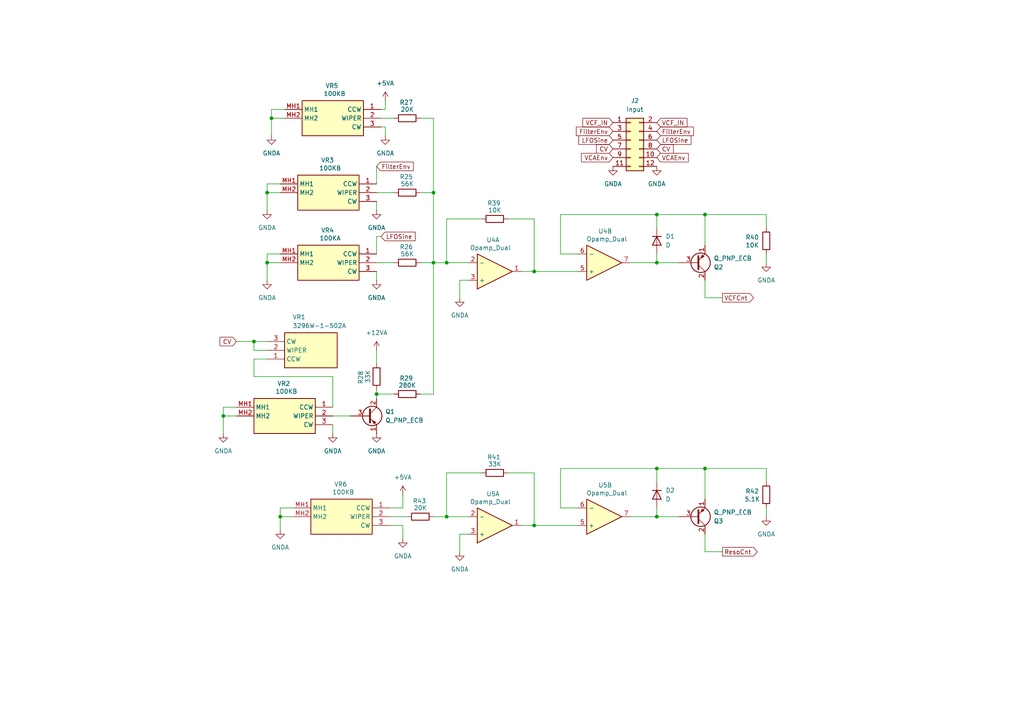
<source format=kicad_sch>
(kicad_sch (version 20250114) (generator "eeschema") (generator_version "9.0")
  (paper "A4")
  (lib_symbols
    (symbol "Connector_Generic:Conn_02x06_Odd_Even" (pin_names (offset 1.016) (hide yes))
      (property "Reference" "J" (at 1.27 7.62 0))
      (property "Value" "Conn_02x06_Odd_Even" (at 1.27 -10.16 0))
      (symbol "Conn_02x06_Odd_Even_1_1"
        (rectangle (start -1.27 6.35) (end 3.81 -8.89) (stroke (width 0.254)) (fill (type background)))
        (rectangle (start -1.27 5.207) (end 0 4.953) (stroke (width 0.1524)))
        (rectangle (start -1.27 2.667) (end 0 2.413) (stroke (width 0.1524)))
        (rectangle (start -1.27 0.127) (end 0 -0.127) (stroke (width 0.1524)))
        (rectangle (start -1.27 -2.413) (end 0 -2.667) (stroke (width 0.1524)))
        (rectangle (start -1.27 -4.953) (end 0 -5.207) (stroke (width 0.1524)))
        (rectangle (start -1.27 -7.493) (end 0 -7.747) (stroke (width 0.1524)))
        (rectangle (start 3.81 5.207) (end 2.54 4.953) (stroke (width 0.1524)))
        (rectangle (start 3.81 2.667) (end 2.54 2.413) (stroke (width 0.1524)))
        (rectangle (start 3.81 0.127) (end 2.54 -0.127) (stroke (width 0.1524)))
        (rectangle (start 3.81 -2.413) (end 2.54 -2.667) (stroke (width 0.1524)))
        (rectangle (start 3.81 -4.953) (end 2.54 -5.207) (stroke (width 0.1524)))
        (rectangle (start 3.81 -7.493) (end 2.54 -7.747) (stroke (width 0.1524)))
        (pin passive line (at -5.08 5.08 0) (length 3.81) (name "Pin_1") (number "1"))
        (pin passive line (at -5.08 2.54 0) (length 3.81) (name "Pin_3") (number "3"))
        (pin passive line (at -5.08 0 0) (length 3.81) (name "Pin_5") (number "5"))
        (pin passive line (at -5.08 -2.54 0) (length 3.81) (name "Pin_7") (number "7"))
        (pin passive line (at -5.08 -5.08 0) (length 3.81) (name "Pin_9") (number "9"))
        (pin passive line (at -5.08 -7.62 0) (length 3.81) (name "Pin_11") (number "11"))
        (pin passive line (at 7.62 5.08 180) (length 3.81) (name "Pin_2") (number "2"))
        (pin passive line (at 7.62 2.54 180) (length 3.81) (name "Pin_4") (number "4"))
        (pin passive line (at 7.62 0 180) (length 3.81) (name "Pin_6") (number "6"))
        (pin passive line (at 7.62 -2.54 180) (length 3.81) (name "Pin_8") (number "8"))
        (pin passive line (at 7.62 -5.08 180) (length 3.81) (name "Pin_10") (number "10"))
        (pin passive line (at 7.62 -7.62 180) (length 3.81) (name "Pin_12") (number "12"))
      )
    )
    (symbol "Device:D" (pin_numbers (hide yes)) (pin_names (offset 1.016) (hide yes))
      (property "Reference" "D" (at 0 2.54 0))
      (property "Value" "D" (at 0 -2.54 0))
      (symbol "D_0_1"
        (polyline (pts (xy -1.27 1.27) (xy -1.27 -1.27)) (stroke (width 0.254)))
        (polyline (pts (xy 1.27 1.27) (xy 1.27 -1.27) (xy -1.27 0) (xy 1.27 1.27)) (stroke (width 0.254)))
        (polyline (pts (xy 1.27 0) (xy -1.27 0)))
      )
      (symbol "D_1_1"
        (pin passive line (at -3.81 0 0) (length 2.54) (name "K") (number "1"))
        (pin passive line (at 3.81 0 180) (length 2.54) (name "A") (number "2"))
      )
    )
    (symbol "Device:Opamp_Dual"
      (property "Reference" "U" (at 0 5.08 0))
      (property "Value" "Opamp_Dual" (at 0 -5.08 0))
      (symbol "Opamp_Dual_1_1"
        (polyline (pts (xy -5.08 5.08) (xy 5.08 0) (xy -5.08 -5.08) (xy -5.08 5.08)) (stroke (width 0.254)) (fill (type background)))
        (pin input line (at -7.62 2.54 0) (length 2.54) (name "+") (number "3"))
        (pin input line (at -7.62 -2.54 0) (length 2.54) (name "-") (number "2"))
        (pin output line (at 7.62 0 180) (length 2.54) (name "~") (number "1"))
      )
      (symbol "Opamp_Dual_2_1"
        (polyline (pts (xy -5.08 5.08) (xy 5.08 0) (xy -5.08 -5.08) (xy -5.08 5.08)) (stroke (width 0.254)) (fill (type background)))
        (pin input line (at -7.62 2.54 0) (length 2.54) (name "+") (number "5"))
        (pin input line (at -7.62 -2.54 0) (length 2.54) (name "-") (number "6"))
        (pin output line (at 7.62 0 180) (length 2.54) (name "~") (number "7"))
      )
      (symbol "Opamp_Dual_3_1"
        (pin power_in line (at -2.54 7.62 270) (length 3.81) (name "V+") (number "8"))
        (pin power_in line (at -2.54 -7.62 90) (length 3.81) (name "V-") (number "4"))
      )
    )
    (symbol "Device:Q_PNP_ECB" (pin_names (offset 0) (hide yes))
      (property "Reference" "Q" (at 5.08 1.27 0))
      (property "Value" "Q_PNP_ECB" (at 5.08 -1.27 0))
      (symbol "Q_PNP_ECB_0_1"
        (polyline (pts (xy 0.635 1.905) (xy 0.635 -1.905) (xy 0.635 -1.905)) (stroke (width 0.508)))
        (polyline (pts (xy 0.635 0.635) (xy 2.54 2.54)))
        (polyline (pts (xy 0.635 -0.635) (xy 2.54 -2.54) (xy 2.54 -2.54)))
        (circle (center 1.27 0) (radius 2.8194) (stroke (width 0.254)))
        (polyline (pts (xy 2.286 -1.778) (xy 1.778 -2.286) (xy 1.27 -1.27) (xy 2.286 -1.778) (xy 2.286 -1.778)) (fill (type outline)))
      )
      (symbol "Q_PNP_ECB_1_1"
        (pin input line (at -5.08 0 0) (length 5.715) (name "B") (number "3"))
        (pin passive line (at 2.54 5.08 270) (length 2.54) (name "C") (number "2"))
        (pin passive line (at 2.54 -5.08 90) (length 2.54) (name "E") (number "1"))
      )
    )
    (symbol "Device:R" (pin_numbers (hide yes)) (pin_names (offset 0))
      (property "Reference" "R" (at 2.032 0 90))
      (property "Value" "R" (at 0 0 90))
      (symbol "R_0_1"
        (rectangle (start -1.016 -2.54) (end 1.016 2.54) (stroke (width 0.254)))
      )
      (symbol "R_1_1"
        (pin passive line (at 0 3.81 270) (length 1.27) (name "~") (number "1"))
        (pin passive line (at 0 -3.81 90) (length 1.27) (name "~") (number "2"))
      )
    )
    (symbol "SamacSys_Parts:3296W-1-502A"
      (property "Reference" "VR" (at 21.59 7.62 0))
      (property "Value" "3296W-1-502A" (at 21.59 5.08 0))
      (symbol "3296W-1-502A_1_1"
        (rectangle (start 5.08 2.54) (end 20.32 -7.62) (stroke (width 0.254)) (fill (type background)))
        (pin passive line (at 0 0 0) (length 5.08) (name "CW") (number "3"))
        (pin passive line (at 0 -2.54 0) (length 5.08) (name "WIPER") (number "2"))
        (pin passive line (at 0 -5.08 0) (length 5.08) (name "CCW") (number "1"))
      )
    )
    (symbol "SamacSys_Parts:RK09D117000B"
      (property "Reference" "VR" (at 24.13 7.62 0))
      (property "Value" "RK09D117000B" (at 24.13 5.08 0))
      (symbol "RK09D117000B_1_1"
        (rectangle (start 5.08 2.54) (end 22.86 -7.62) (stroke (width 0.254)) (fill (type background)))
        (pin passive line (at 0 0 0) (length 5.08) (name "CCW") (number "1"))
        (pin passive line (at 0 -2.54 0) (length 5.08) (name "WIPER") (number "2"))
        (pin passive line (at 0 -5.08 0) (length 5.08) (name "CW") (number "3"))
        (pin passive line (at 27.94 0 180) (length 5.08) (name "MH1") (number "MH1"))
        (pin passive line (at 27.94 -2.54 180) (length 5.08) (name "MH2") (number "MH2"))
      )
    )
    (symbol "power:+12VA" (power) (pin_numbers (hide yes)) (pin_names (offset 0) (hide yes))
      (property "Value" "+12VA" (at 0 3.556 0))
      (symbol "+12VA_0_1"
        (polyline (pts (xy -0.762 1.27) (xy 0 2.54)))
        (polyline (pts (xy 0 2.54) (xy 0.762 1.27)))
        (polyline (pts (xy 0 0) (xy 0 2.54)))
      )
      (symbol "+12VA_1_1"
        (pin power_in line (at 0 0 90) (length 0) (name "~") (number "1"))
      )
    )
    (symbol "power:+5VA" (power) (pin_numbers (hide yes)) (pin_names (offset 0) (hide yes))
      (property "Value" "+5VA" (at 0 3.556 0))
      (symbol "+5VA_0_1"
        (polyline (pts (xy -0.762 1.27) (xy 0 2.54)))
        (polyline (pts (xy 0 2.54) (xy 0.762 1.27)))
        (polyline (pts (xy 0 0) (xy 0 2.54)))
      )
      (symbol "+5VA_1_1"
        (pin power_in line (at 0 0 90) (length 0) (name "~") (number "1"))
      )
    )
    (symbol "power:GNDA" (power) (pin_numbers (hide yes)) (pin_names (offset 0) (hide yes))
      (property "Value" "GNDA" (at 0 -3.81 0))
      (symbol "GNDA_0_1"
        (polyline (pts (xy 0 0) (xy 0 -1.27) (xy 1.27 -1.27) (xy 0 -2.54) (xy -1.27 -1.27) (xy 0 -1.27)))
      )
      (symbol "GNDA_1_1"
        (pin power_in line (at 0 0 270) (length 0) (name "~") (number "1"))
      )
    )
  )
  (junction (at 125.73 55.88))
  (junction (at 77.47 76.2))
  (junction (at 190.5 135.89))
  (junction (at 78.74 34.29))
  (junction (at 125.73 76.2))
  (junction (at 77.47 55.88))
  (junction (at 190.5 149.86))
  (junction (at 109.22 114.3))
  (junction (at 81.28 149.86))
  (junction (at 154.94 78.74))
  (junction (at 73.66 99.06))
  (junction (at 129.54 149.86))
  (junction (at 204.47 62.23))
  (junction (at 64.77 120.65))
  (junction (at 204.47 135.89))
  (junction (at 154.94 152.4))
  (junction (at 190.5 76.2))
  (junction (at 190.5 62.23))
  (junction (at 129.54 76.2))
  (wire (pts (xy 111.76 29.21) (xy 111.76 31.75)))
  (wire (pts (xy 222.25 62.23) (xy 222.25 66.04)))
  (wire (pts (xy 209.55 86.36) (xy 204.47 86.36)))
  (wire (pts (xy 113.03 152.4) (xy 116.84 152.4)))
  (wire (pts (xy 190.5 135.89) (xy 204.47 135.89)))
  (wire (pts (xy 77.47 104.14) (xy 73.66 104.14)))
  (wire (pts (xy 78.74 34.29) (xy 78.74 39.37)))
  (wire (pts (xy 109.22 68.58) (xy 109.22 73.66)))
  (wire (pts (xy 68.58 99.06) (xy 73.66 99.06)))
  (wire (pts (xy 111.76 36.83) (xy 111.76 39.37)))
  (wire (pts (xy 109.22 60.96) (xy 109.22 58.42)))
  (wire (pts (xy 139.7 63.5) (xy 129.54 63.5)))
  (wire (pts (xy 125.73 76.2) (xy 129.54 76.2)))
  (wire (pts (xy 116.84 152.4) (xy 116.84 156.21)))
  (wire (pts (xy 73.66 104.14) (xy 73.66 109.22)))
  (wire (pts (xy 162.56 147.32) (xy 167.64 147.32)))
  (wire (pts (xy 190.5 62.23) (xy 204.47 62.23)))
  (wire (pts (xy 81.28 149.86) (xy 81.28 153.67)))
  (wire (pts (xy 109.22 81.28) (xy 109.22 78.74)))
  (wire (pts (xy 64.77 118.11) (xy 64.77 120.65)))
  (wire (pts (xy 77.47 53.34) (xy 77.47 55.88)))
  (wire (pts (xy 190.5 76.2) (xy 196.85 76.2)))
  (wire (pts (xy 147.32 63.5) (xy 154.94 63.5)))
  (wire (pts (xy 190.5 139.7) (xy 190.5 135.89)))
  (wire (pts (xy 73.66 101.6) (xy 73.66 99.06)))
  (wire (pts (xy 182.88 149.86) (xy 190.5 149.86)))
  (wire (pts (xy 77.47 55.88) (xy 77.47 60.96)))
  (wire (pts (xy 190.5 62.23) (xy 162.56 62.23)))
  (wire (pts (xy 121.92 76.2) (xy 125.73 76.2)))
  (wire (pts (xy 190.5 147.32) (xy 190.5 149.86)))
  (wire (pts (xy 151.13 152.4) (xy 154.94 152.4)))
  (wire (pts (xy 96.52 109.22) (xy 96.52 118.11)))
  (wire (pts (xy 81.28 147.32) (xy 81.28 149.86)))
  (wire (pts (xy 162.56 62.23) (xy 162.56 73.66)))
  (wire (pts (xy 85.09 149.86) (xy 81.28 149.86)))
  (wire (pts (xy 222.25 147.32) (xy 222.25 149.86)))
  (wire (pts (xy 116.84 143.51) (xy 116.84 147.32)))
  (wire (pts (xy 109.22 113.03) (xy 109.22 114.3)))
  (wire (pts (xy 85.09 147.32) (xy 81.28 147.32)))
  (wire (pts (xy 125.73 114.3) (xy 125.73 76.2)))
  (wire (pts (xy 204.47 135.89) (xy 222.25 135.89)))
  (wire (pts (xy 154.94 78.74) (xy 154.94 63.5)))
  (wire (pts (xy 190.5 135.89) (xy 162.56 135.89)))
  (wire (pts (xy 204.47 62.23) (xy 204.47 71.12)))
  (wire (pts (xy 129.54 76.2) (xy 135.89 76.2)))
  (wire (pts (xy 77.47 76.2) (xy 77.47 81.28)))
  (wire (pts (xy 154.94 152.4) (xy 167.64 152.4)))
  (wire (pts (xy 73.66 99.06) (xy 77.47 99.06)))
  (wire (pts (xy 81.28 76.2) (xy 77.47 76.2)))
  (wire (pts (xy 133.35 154.94) (xy 133.35 160.02)))
  (wire (pts (xy 110.49 36.83) (xy 111.76 36.83)))
  (wire (pts (xy 133.35 81.28) (xy 133.35 86.36)))
  (wire (pts (xy 222.25 73.66) (xy 222.25 76.2)))
  (wire (pts (xy 73.66 109.22) (xy 96.52 109.22)))
  (wire (pts (xy 204.47 160.02) (xy 204.47 154.94)))
  (wire (pts (xy 113.03 149.86) (xy 118.11 149.86)))
  (wire (pts (xy 109.22 48.26) (xy 109.22 53.34)))
  (wire (pts (xy 68.58 120.65) (xy 64.77 120.65)))
  (wire (pts (xy 182.88 76.2) (xy 190.5 76.2)))
  (wire (pts (xy 121.92 34.29) (xy 125.73 34.29)))
  (wire (pts (xy 133.35 81.28) (xy 135.89 81.28)))
  (wire (pts (xy 204.47 135.89) (xy 204.47 144.78)))
  (wire (pts (xy 121.92 114.3) (xy 125.73 114.3)))
  (wire (pts (xy 125.73 34.29) (xy 125.73 55.88)))
  (wire (pts (xy 125.73 149.86) (xy 129.54 149.86)))
  (wire (pts (xy 96.52 125.73) (xy 96.52 123.19)))
  (wire (pts (xy 82.55 34.29) (xy 78.74 34.29)))
  (wire (pts (xy 222.25 135.89) (xy 222.25 139.7)))
  (wire (pts (xy 109.22 76.2) (xy 114.3 76.2)))
  (wire (pts (xy 81.28 55.88) (xy 77.47 55.88)))
  (wire (pts (xy 68.58 118.11) (xy 64.77 118.11)))
  (wire (pts (xy 190.5 66.04) (xy 190.5 62.23)))
  (wire (pts (xy 121.92 55.88) (xy 125.73 55.88)))
  (wire (pts (xy 81.28 53.34) (xy 77.47 53.34)))
  (wire (pts (xy 82.55 31.75) (xy 78.74 31.75)))
  (wire (pts (xy 129.54 63.5) (xy 129.54 76.2)))
  (wire (pts (xy 78.74 31.75) (xy 78.74 34.29)))
  (wire (pts (xy 190.5 73.66) (xy 190.5 76.2)))
  (wire (pts (xy 129.54 149.86) (xy 135.89 149.86)))
  (wire (pts (xy 151.13 78.74) (xy 154.94 78.74)))
  (wire (pts (xy 109.22 55.88) (xy 114.3 55.88)))
  (wire (pts (xy 162.56 135.89) (xy 162.56 147.32)))
  (wire (pts (xy 116.84 147.32) (xy 113.03 147.32)))
  (wire (pts (xy 190.5 149.86) (xy 196.85 149.86)))
  (wire (pts (xy 64.77 120.65) (xy 64.77 125.73)))
  (wire (pts (xy 129.54 137.16) (xy 129.54 149.86)))
  (wire (pts (xy 110.49 68.58) (xy 109.22 68.58)))
  (wire (pts (xy 147.32 137.16) (xy 154.94 137.16)))
  (wire (pts (xy 125.73 55.88) (xy 125.73 76.2)))
  (wire (pts (xy 204.47 62.23) (xy 222.25 62.23)))
  (wire (pts (xy 154.94 78.74) (xy 167.64 78.74)))
  (wire (pts (xy 77.47 73.66) (xy 77.47 76.2)))
  (wire (pts (xy 139.7 137.16) (xy 129.54 137.16)))
  (wire (pts (xy 204.47 86.36) (xy 204.47 81.28)))
  (wire (pts (xy 109.22 114.3) (xy 109.22 115.57)))
  (wire (pts (xy 110.49 34.29) (xy 114.3 34.29)))
  (wire (pts (xy 154.94 152.4) (xy 154.94 137.16)))
  (wire (pts (xy 133.35 154.94) (xy 135.89 154.94)))
  (wire (pts (xy 111.76 31.75) (xy 110.49 31.75)))
  (wire (pts (xy 162.56 73.66) (xy 167.64 73.66)))
  (wire (pts (xy 77.47 101.6) (xy 73.66 101.6)))
  (wire (pts (xy 101.6 120.65) (xy 96.52 120.65)))
  (wire (pts (xy 81.28 73.66) (xy 77.47 73.66)))
  (wire (pts (xy 209.55 160.02) (xy 204.47 160.02)))
  (wire (pts (xy 109.22 101.6) (xy 109.22 105.41)))
  (wire (pts (xy 109.22 114.3) (xy 114.3 114.3)))
  (global_label "CV" (shape input) (at 177.8 43.18 180) (property "Intersheetrefs" "${INTERSHEET_REFS}" (effects (hide yes))))
  (global_label "VCAEnv" (shape input) (at 177.8 45.72 180) (property "Intersheetrefs" "${INTERSHEET_REFS}" (effects (hide yes))))
  (global_label "CV" (shape input) (at 190.5 43.18 0) (property "Intersheetrefs" "${INTERSHEET_REFS}" (effects (hide yes))))
  (global_label "LFOSine" (shape input) (at 190.5 40.64 0) (property "Intersheetrefs" "${INTERSHEET_REFS}" (effects (hide yes))))
  (global_label "FilterEnv" (shape input) (at 109.22 48.26 0) (property "Intersheetrefs" "${INTERSHEET_REFS}" (effects (hide yes))))
  (global_label "VCFCnt" (shape output) (at 209.55 86.36 0) (property "Intersheetrefs" "${INTERSHEET_REFS}" (effects (hide yes))))
  (global_label "FilterEnv" (shape input) (at 177.8 38.1 180) (property "Intersheetrefs" "${INTERSHEET_REFS}" (effects (hide yes))))
  (global_label "LFOSine" (shape input) (at 177.8 40.64 180) (property "Intersheetrefs" "${INTERSHEET_REFS}" (effects (hide yes))))
  (global_label "FilterEnv" (shape input) (at 190.5 38.1 0) (property "Intersheetrefs" "${INTERSHEET_REFS}" (effects (hide yes))))
  (global_label "ResoCnt" (shape output) (at 209.55 160.02 0) (property "Intersheetrefs" "${INTERSHEET_REFS}" (effects (hide yes))))
  (global_label "VCF_IN" (shape input) (at 190.5 35.56 0) (property "Intersheetrefs" "${INTERSHEET_REFS}" (effects (hide yes))))
  (global_label "LFOSine" (shape input) (at 110.49 68.58 0) (property "Intersheetrefs" "${INTERSHEET_REFS}" (effects (hide yes))))
  (global_label "CV" (shape input) (at 68.58 99.06 180) (property "Intersheetrefs" "${INTERSHEET_REFS}" (effects (hide yes))))
  (global_label "VCF_IN" (shape input) (at 177.8 35.56 180) (property "Intersheetrefs" "${INTERSHEET_REFS}" (effects (hide yes))))
  (global_label "VCAEnv" (shape input) (at 190.5 45.72 0) (property "Intersheetrefs" "${INTERSHEET_REFS}" (effects (hide yes))))
  (symbol (lib_id "Device:R") (at 222.25 143.51 180) (unit 1)
    (property "Reference" "R42" (at 218.186 142.494 0))
    (property "Value" "5.1K" (at 218.186 144.78 0))
    (property "Footprint" "Resistor_THT:R_Axial_DIN0204_L3.6mm_D1.6mm_P2.54mm_Vertical" (effects (hide yes)))
    (property "Description" "Resistor" (effects (hide yes)))
  )
  (symbol (lib_id "SamacSys_Parts:RK09D117000B") (at 113.03 147.32 0) (mirror y) (unit 1)
    (property "Reference" "VR6" (at 98.806 140.462 0))
    (property "Value" "100KB" (at 99.568 142.748 0))
    (property "Footprint" "RK09D117000B" (effects (hide yes)))
    (property "Datasheet" "https://tech.alpsalpine.com/prod/j/html/potentiometer/rotarypotentiometers/rk09k/rk09d117000b.html" (effects (hide yes)))
    (property "Description" "9-inch insulated shaft snap-in type RK09K/RK09D series" (effects (hide yes)))
    (property "Height" "30" (effects (hide yes)))
    (property "Manufacturer_Name" "ALPS Electric" (effects (hide yes)))
    (property "Manufacturer_Part_Number" "RK09D117000B" (effects (hide yes)))
    (property "Mouser Part Number" "688-RK09D117000B" (effects (hide yes)))
    (property "Mouser Price/Stock" "https://www.mouser.co.uk/ProductDetail/Alps-Alpine/RK09D117000B?qs=3cOf6TWd2rbc67829PEbEQ%3D%3D" (effects (hide yes)))
  )
  (symbol (lib_id "Device:R") (at 222.25 69.85 180) (unit 1)
    (property "Reference" "R40" (at 218.186 68.834 0))
    (property "Value" "10K" (at 218.186 71.12 0))
    (property "Footprint" "Resistor_THT:R_Axial_DIN0204_L3.6mm_D1.6mm_P2.54mm_Vertical" (effects (hide yes)))
    (property "Description" "Resistor" (effects (hide yes)))
  )
  (symbol (lib_id "Device:Opamp_Dual") (at 175.26 149.86 0) (mirror x) (unit 2)
    (property "Reference" "U5" (at 175.514 140.716 0))
    (property "Value" "Opamp_Dual" (at 176.022 143.002 0))
    (property "Footprint" "Package_SO:SO-8_3.9x4.9mm_P1.27mm" (effects (hide yes)))
    (property "Description" "Dual operational amplifier" (effects (hide yes)))
    (property "Sim.Library" "${KICAD7_SYMBOL_DIR}/Simulation_SPICE.sp" (effects (hide yes)))
    (property "Sim.Name" "kicad_builtin_opamp_dual" (effects (hide yes)))
    (property "Sim.Device" "SUBCKT" (effects (hide yes)))
    (property "Sim.Pins" "1=out1 2=in1- 3=in1+ 4=vee 5=in2+ 6=in2- 7=out2 8=vcc" (effects (hide yes)))
  )
  (symbol (lib_id "power:GNDA") (at 222.25 76.2 0) (unit 1)
    (property "Reference" "#PWR042" (effects (hide yes)))
    (property "Value" "GNDA" (at 222.25 81.28 0))
    (property "Description" "Power symbol creates a global label with name \"GNDA\" , analog ground" (effects (hide yes)))
  )
  (symbol (lib_id "Device:Opamp_Dual") (at 143.51 152.4 0) (mirror x) (unit 1)
    (property "Reference" "U5" (at 143.002 143.256 0))
    (property "Value" "Opamp_Dual" (at 142.24 145.542 0))
    (property "Footprint" "Package_SO:SO-8_3.9x4.9mm_P1.27mm" (effects (hide yes)))
    (property "Description" "Dual operational amplifier" (effects (hide yes)))
    (property "Sim.Library" "${KICAD7_SYMBOL_DIR}/Simulation_SPICE.sp" (effects (hide yes)))
    (property "Sim.Name" "kicad_builtin_opamp_dual" (effects (hide yes)))
    (property "Sim.Device" "SUBCKT" (effects (hide yes)))
    (property "Sim.Pins" "1=out1 2=in1- 3=in1+ 4=vee 5=in2+ 6=in2- 7=out2 8=vcc" (effects (hide yes)))
  )
  (symbol (lib_id "SamacSys_Parts:RK09D117000B") (at 110.49 31.75 0) (mirror y) (unit 1)
    (property "Reference" "VR5" (at 96.266 24.892 0))
    (property "Value" "100KB" (at 97.028 27.178 0))
    (property "Footprint" "RK09D117000B" (effects (hide yes)))
    (property "Datasheet" "https://tech.alpsalpine.com/prod/j/html/potentiometer/rotarypotentiometers/rk09k/rk09d117000b.html" (effects (hide yes)))
    (property "Description" "9-inch insulated shaft snap-in type RK09K/RK09D series" (effects (hide yes)))
    (property "Height" "30" (effects (hide yes)))
    (property "Manufacturer_Name" "ALPS Electric" (effects (hide yes)))
    (property "Manufacturer_Part_Number" "RK09D117000B" (effects (hide yes)))
    (property "Mouser Part Number" "688-RK09D117000B" (effects (hide yes)))
    (property "Mouser Price/Stock" "https://www.mouser.co.uk/ProductDetail/Alps-Alpine/RK09D117000B?qs=3cOf6TWd2rbc67829PEbEQ%3D%3D" (effects (hide yes)))
  )
  (symbol (lib_id "power:GNDA") (at 222.25 149.86 0) (unit 1)
    (property "Reference" "#PWR047" (effects (hide yes)))
    (property "Value" "GNDA" (at 222.25 154.94 0))
    (property "Description" "Power symbol creates a global label with name \"GNDA\" , analog ground" (effects (hide yes)))
  )
  (symbol (lib_id "power:GNDA") (at 96.52 125.73 0) (unit 1)
    (property "Reference" "#PWR028" (effects (hide yes)))
    (property "Value" "GNDA" (at 96.52 130.81 0))
    (property "Description" "Power symbol creates a global label with name \"GNDA\" , analog ground" (effects (hide yes)))
  )
  (symbol (lib_id "Device:D") (at 190.5 69.85 270) (unit 1)
    (property "Reference" "D1" (at 193.04 68.5799 90) (effects (justify left)))
    (property "Value" "D" (at 193.04 71.1199 90) (effects (justify left)))
    (property "Footprint" "Diode_THT:D_DO-35_SOD27_P2.54mm_Vertical_AnodeUp" (effects (hide yes)))
    (property "Description" "Diode" (effects (hide yes)))
    (property "Sim.Device" "D" (effects (hide yes)))
    (property "Sim.Pins" "1=K 2=A" (effects (hide yes)))
  )
  (symbol (lib_id "Device:R") (at 118.11 76.2 90) (unit 1)
    (property "Reference" "R26" (at 117.856 71.628 90))
    (property "Value" "56K" (at 118.11 73.66 90))
    (property "Footprint" "Resistor_THT:R_Axial_DIN0204_L3.6mm_D1.6mm_P2.54mm_Vertical" (effects (hide yes)))
    (property "Description" "Resistor" (effects (hide yes)))
  )
  (symbol (lib_id "Device:Q_PNP_ECB") (at 201.93 76.2 0) (mirror x) (unit 1)
    (property "Reference" "Q2" (at 207.01 77.4701 0) (effects (justify left)))
    (property "Value" "Q_PNP_ECB" (at 207.01 74.9301 0) (effects (justify left)))
    (property "Footprint" "Package_TO_SOT_THT:TO-92_HandSolder" (effects (hide yes)))
    (property "Description" "PNP transistor, emitter/collector/base" (effects (hide yes)))
  )
  (symbol (lib_id "power:GNDA") (at 64.77 125.73 0) (unit 1)
    (property "Reference" "#PWR024" (effects (hide yes)))
    (property "Value" "GNDA" (at 64.77 130.81 0))
    (property "Description" "Power symbol creates a global label with name \"GNDA\" , analog ground" (effects (hide yes)))
  )
  (symbol (lib_id "power:GNDA") (at 109.22 125.73 0) (unit 1)
    (property "Reference" "#PWR034" (effects (hide yes)))
    (property "Value" "GNDA" (at 109.22 130.81 0))
    (property "Description" "Power symbol creates a global label with name \"GNDA\" , analog ground" (effects (hide yes)))
  )
  (symbol (lib_id "Device:Opamp_Dual") (at 175.26 76.2 0) (mirror x) (unit 2)
    (property "Reference" "U4" (at 175.514 67.056 0))
    (property "Value" "Opamp_Dual" (at 176.022 69.342 0))
    (property "Footprint" "Package_SO:SO-8_3.9x4.9mm_P1.27mm" (effects (hide yes)))
    (property "Description" "Dual operational amplifier" (effects (hide yes)))
    (property "Sim.Library" "${KICAD7_SYMBOL_DIR}/Simulation_SPICE.sp" (effects (hide yes)))
    (property "Sim.Name" "kicad_builtin_opamp_dual" (effects (hide yes)))
    (property "Sim.Device" "SUBCKT" (effects (hide yes)))
    (property "Sim.Pins" "1=out1 2=in1- 3=in1+ 4=vee 5=in2+ 6=in2- 7=out2 8=vcc" (effects (hide yes)))
  )
  (symbol (lib_id "power:GNDA") (at 111.76 39.37 0) (unit 1)
    (property "Reference" "#PWR032" (effects (hide yes)))
    (property "Value" "GNDA" (at 111.76 44.45 0))
    (property "Description" "Power symbol creates a global label with name \"GNDA\" , analog ground" (effects (hide yes)))
  )
  (symbol (lib_id "power:+5VA") (at 116.84 143.51 0) (unit 1)
    (property "Reference" "#PWR044" (effects (hide yes)))
    (property "Value" "+5VA" (at 116.84 138.43 0))
    (property "Description" "Power symbol creates a global label with name \"+5VA\"" (effects (hide yes)))
  )
  (symbol (lib_id "SamacSys_Parts:3296W-1-502A") (at 77.47 99.06 0) (unit 1)
    (property "Reference" "VR1" (at 84.836 91.948 0) (effects (justify left)))
    (property "Value" "3296W-1-502A" (at 84.836 94.488 0) (effects (justify left)))
    (property "Footprint" "3296W1502A" (effects (hide yes)))
    (property "Datasheet" "https://www.bourns.com/docs/product-datasheets/3296.pdf" (effects (hide yes)))
    (property "Description" "5 kOhms 0.5W, 1/2W PC Pins Through Hole Trimmer Potentiometer Cermet 25.0 Turn Top Adjustment" (effects (hide yes)))
    (property "Height" "11.8" (effects (hide yes)))
    (property "Manufacturer_Name" "Bourns" (effects (hide yes)))
    (property "Manufacturer_Part_Number" "3296W-1-502A" (effects (hide yes)))
    (property "Mouser Part Number" "652-3296W-1-502A" (effects (hide yes)))
    (property "Mouser Price/Stock" "https://www.mouser.co.uk/ProductDetail/Bourns/3296W-1-502A?qs=PYWKc%252BkzmhlCepn9gnro5g%3D%3D" (effects (hide yes)))
  )
  (symbol (lib_id "SamacSys_Parts:RK09D117000B") (at 109.22 53.34 0) (mirror y) (unit 1)
    (property "Reference" "VR3" (at 94.996 46.482 0))
    (property "Value" "100KB" (at 95.758 48.768 0))
    (property "Footprint" "RK09D117000B" (effects (hide yes)))
    (property "Datasheet" "https://tech.alpsalpine.com/prod/j/html/potentiometer/rotarypotentiometers/rk09k/rk09d117000b.html" (effects (hide yes)))
    (property "Description" "9-inch insulated shaft snap-in type RK09K/RK09D series" (effects (hide yes)))
    (property "Height" "30" (effects (hide yes)))
    (property "Manufacturer_Name" "ALPS Electric" (effects (hide yes)))
    (property "Manufacturer_Part_Number" "RK09D117000B" (effects (hide yes)))
    (property "Mouser Part Number" "688-RK09D117000B" (effects (hide yes)))
    (property "Mouser Price/Stock" "https://www.mouser.co.uk/ProductDetail/Alps-Alpine/RK09D117000B?qs=3cOf6TWd2rbc67829PEbEQ%3D%3D" (effects (hide yes)))
  )
  (symbol (lib_id "SamacSys_Parts:RK09D117000B") (at 96.52 118.11 0) (mirror y) (unit 1)
    (property "Reference" "VR2" (at 82.296 111.252 0))
    (property "Value" "100KB" (at 83.058 113.538 0))
    (property "Footprint" "RK09D117000B" (effects (hide yes)))
    (property "Datasheet" "https://tech.alpsalpine.com/prod/j/html/potentiometer/rotarypotentiometers/rk09k/rk09d117000b.html" (effects (hide yes)))
    (property "Description" "9-inch insulated shaft snap-in type RK09K/RK09D series" (effects (hide yes)))
    (property "Height" "30" (effects (hide yes)))
    (property "Manufacturer_Name" "ALPS Electric" (effects (hide yes)))
    (property "Manufacturer_Part_Number" "RK09D117000B" (effects (hide yes)))
    (property "Mouser Part Number" "688-RK09D117000B" (effects (hide yes)))
    (property "Mouser Price/Stock" "https://www.mouser.co.uk/ProductDetail/Alps-Alpine/RK09D117000B?qs=3cOf6TWd2rbc67829PEbEQ%3D%3D" (effects (hide yes)))
  )
  (symbol (lib_id "Device:R") (at 109.22 109.22 180) (unit 1)
    (property "Reference" "R28" (at 104.648 109.474 90))
    (property "Value" "33K" (at 106.68 109.22 90))
    (property "Footprint" "Resistor_THT:R_Axial_DIN0204_L3.6mm_D1.6mm_P2.54mm_Vertical" (effects (hide yes)))
    (property "Description" "Resistor" (effects (hide yes)))
  )
  (symbol (lib_id "Connector_Generic:Conn_02x06_Odd_Even") (at 182.88 40.64 0) (unit 1)
    (property "Reference" "J2" (at 184.15 29.21 0))
    (property "Value" "Input" (at 184.15 31.75 0))
    (property "Footprint" "Connector_PinSocket_2.54mm:PinSocket_2x06_P2.54mm_Vertical" (effects (hide yes)))
    (property "Description" "Generic connector, double row, 02x06, odd/even pin numbering scheme (row 1 odd numbers, row 2 even numbers), script generated (kicad-library-utils/schlib/autogen/connector/)" (effects (hide yes)))
  )
  (symbol (lib_id "Device:R") (at 121.92 149.86 90) (unit 1)
    (property "Reference" "R43" (at 121.666 145.288 90))
    (property "Value" "20K" (at 121.92 147.32 90))
    (property "Footprint" "Resistor_THT:R_Axial_DIN0204_L3.6mm_D1.6mm_P2.54mm_Vertical" (effects (hide yes)))
    (property "Description" "Resistor" (effects (hide yes)))
  )
  (symbol (lib_id "power:GNDA") (at 133.35 86.36 0) (unit 1)
    (property "Reference" "#PWR041" (effects (hide yes)))
    (property "Value" "GNDA" (at 133.35 91.44 0))
    (property "Description" "Power symbol creates a global label with name \"GNDA\" , analog ground" (effects (hide yes)))
  )
  (symbol (lib_id "power:GNDA") (at 109.22 60.96 0) (unit 1)
    (property "Reference" "#PWR029" (effects (hide yes)))
    (property "Value" "GNDA" (at 109.22 66.04 0))
    (property "Description" "Power symbol creates a global label with name \"GNDA\" , analog ground" (effects (hide yes)))
  )
  (symbol (lib_id "power:GNDA") (at 133.35 160.02 0) (unit 1)
    (property "Reference" "#PWR046" (effects (hide yes)))
    (property "Value" "GNDA" (at 133.35 165.1 0))
    (property "Description" "Power symbol creates a global label with name \"GNDA\" , analog ground" (effects (hide yes)))
  )
  (symbol (lib_id "Device:R") (at 118.11 55.88 90) (unit 1)
    (property "Reference" "R25" (at 117.856 51.308 90))
    (property "Value" "56K" (at 118.11 53.34 90))
    (property "Footprint" "Resistor_THT:R_Axial_DIN0204_L3.6mm_D1.6mm_P2.54mm_Vertical" (effects (hide yes)))
    (property "Description" "Resistor" (effects (hide yes)))
  )
  (symbol (lib_id "power:+5VA") (at 111.76 29.21 0) (unit 1)
    (property "Reference" "#PWR031" (effects (hide yes)))
    (property "Value" "+5VA" (at 111.76 24.13 0))
    (property "Description" "Power symbol creates a global label with name \"+5VA\"" (effects (hide yes)))
  )
  (symbol (lib_id "Device:Q_PNP_ECB") (at 201.93 149.86 0) (mirror x) (unit 1)
    (property "Reference" "Q3" (at 207.01 151.1301 0) (effects (justify left)))
    (property "Value" "Q_PNP_ECB" (at 207.01 148.5901 0) (effects (justify left)))
    (property "Footprint" "Package_TO_SOT_THT:TO-92_HandSolder" (effects (hide yes)))
    (property "Description" "PNP transistor, emitter/collector/base" (effects (hide yes)))
  )
  (symbol (lib_id "Device:R") (at 143.51 63.5 90) (unit 1)
    (property "Reference" "R39" (at 143.256 58.928 90))
    (property "Value" "10K" (at 143.51 60.96 90))
    (property "Footprint" "Resistor_THT:R_Axial_DIN0204_L3.6mm_D1.6mm_P2.54mm_Vertical" (effects (hide yes)))
    (property "Description" "Resistor" (effects (hide yes)))
  )
  (symbol (lib_id "Device:D") (at 190.5 143.51 270) (unit 1)
    (property "Reference" "D2" (at 193.04 142.2399 90) (effects (justify left)))
    (property "Value" "D" (at 193.04 144.7799 90) (effects (justify left)))
    (property "Footprint" "Diode_THT:D_DO-35_SOD27_P2.54mm_Vertical_AnodeUp" (effects (hide yes)))
    (property "Description" "Diode" (effects (hide yes)))
    (property "Sim.Device" "D" (effects (hide yes)))
    (property "Sim.Pins" "1=K 2=A" (effects (hide yes)))
  )
  (symbol (lib_id "power:GNDA") (at 81.28 153.67 0) (unit 1)
    (property "Reference" "#PWR043" (effects (hide yes)))
    (property "Value" "GNDA" (at 81.28 158.75 0))
    (property "Description" "Power symbol creates a global label with name \"GNDA\" , analog ground" (effects (hide yes)))
  )
  (symbol (lib_id "SamacSys_Parts:RK09D117000B") (at 109.22 73.66 0) (mirror y) (unit 1)
    (property "Reference" "VR4" (at 94.996 66.802 0))
    (property "Value" "100KA" (at 95.758 69.088 0))
    (property "Footprint" "RK09D117000B" (effects (hide yes)))
    (property "Datasheet" "https://tech.alpsalpine.com/prod/j/html/potentiometer/rotarypotentiometers/rk09k/rk09d117000b.html" (effects (hide yes)))
    (property "Description" "9-inch insulated shaft snap-in type RK09K/RK09D series" (effects (hide yes)))
    (property "Height" "30" (effects (hide yes)))
    (property "Manufacturer_Name" "ALPS Electric" (effects (hide yes)))
    (property "Manufacturer_Part_Number" "RK09D117000B" (effects (hide yes)))
    (property "Mouser Part Number" "688-RK09D117000B" (effects (hide yes)))
    (property "Mouser Price/Stock" "https://www.mouser.co.uk/ProductDetail/Alps-Alpine/RK09D117000B?qs=3cOf6TWd2rbc67829PEbEQ%3D%3D" (effects (hide yes)))
  )
  (symbol (lib_id "power:GNDA") (at 190.5 48.26 0) (unit 1)
    (property "Reference" "#PWR067" (effects (hide yes)))
    (property "Value" "GNDA" (at 190.5 53.34 0))
    (property "Description" "Power symbol creates a global label with name \"GNDA\" , analog ground" (effects (hide yes)))
  )
  (symbol (lib_id "power:GNDA") (at 177.8 48.26 0) (unit 1)
    (property "Reference" "#PWR066" (effects (hide yes)))
    (property "Value" "GNDA" (at 177.8 53.34 0))
    (property "Description" "Power symbol creates a global label with name \"GNDA\" , analog ground" (effects (hide yes)))
  )
  (symbol (lib_id "Device:R") (at 143.51 137.16 90) (unit 1)
    (property "Reference" "R41" (at 143.256 132.588 90))
    (property "Value" "33K" (at 143.51 134.62 90))
    (property "Footprint" "Resistor_THT:R_Axial_DIN0204_L3.6mm_D1.6mm_P2.54mm_Vertical" (effects (hide yes)))
    (property "Description" "Resistor" (effects (hide yes)))
  )
  (symbol (lib_id "power:GNDA") (at 116.84 156.21 0) (unit 1)
    (property "Reference" "#PWR045" (effects (hide yes)))
    (property "Value" "GNDA" (at 116.84 161.29 0))
    (property "Description" "Power symbol creates a global label with name \"GNDA\" , analog ground" (effects (hide yes)))
  )
  (symbol (lib_id "Device:Opamp_Dual") (at 143.51 78.74 0) (mirror x) (unit 1)
    (property "Reference" "U4" (at 143.002 69.596 0))
    (property "Value" "Opamp_Dual" (at 142.24 71.882 0))
    (property "Footprint" "Package_SO:SO-8_3.9x4.9mm_P1.27mm" (effects (hide yes)))
    (property "Description" "Dual operational amplifier" (effects (hide yes)))
    (property "Sim.Library" "${KICAD7_SYMBOL_DIR}/Simulation_SPICE.sp" (effects (hide yes)))
    (property "Sim.Name" "kicad_builtin_opamp_dual" (effects (hide yes)))
    (property "Sim.Device" "SUBCKT" (effects (hide yes)))
    (property "Sim.Pins" "1=out1 2=in1- 3=in1+ 4=vee 5=in2+ 6=in2- 7=out2 8=vcc" (effects (hide yes)))
  )
  (symbol (lib_id "power:GNDA") (at 109.22 81.28 0) (unit 1)
    (property "Reference" "#PWR030" (effects (hide yes)))
    (property "Value" "GNDA" (at 109.22 86.36 0))
    (property "Description" "Power symbol creates a global label with name \"GNDA\" , analog ground" (effects (hide yes)))
  )
  (symbol (lib_id "power:GNDA") (at 77.47 60.96 0) (unit 1)
    (property "Reference" "#PWR025" (effects (hide yes)))
    (property "Value" "GNDA" (at 77.47 66.04 0))
    (property "Description" "Power symbol creates a global label with name \"GNDA\" , analog ground" (effects (hide yes)))
  )
  (symbol (lib_id "Device:Q_PNP_ECB") (at 106.68 120.65 0) (unit 1)
    (property "Reference" "Q1" (at 111.76 119.3799 0) (effects (justify left)))
    (property "Value" "Q_PNP_ECB" (at 111.76 121.9199 0) (effects (justify left)))
    (property "Footprint" "Package_TO_SOT_THT:TO-92_HandSolder" (effects (hide yes)))
    (property "Description" "PNP transistor, emitter/collector/base" (effects (hide yes)))
  )
  (symbol (lib_id "Device:R") (at 118.11 34.29 90) (unit 1)
    (property "Reference" "R27" (at 117.856 29.718 90))
    (property "Value" "20K" (at 118.11 31.75 90))
    (property "Footprint" "Resistor_THT:R_Axial_DIN0204_L3.6mm_D1.6mm_P2.54mm_Vertical" (effects (hide yes)))
    (property "Description" "Resistor" (effects (hide yes)))
  )
  (symbol (lib_id "power:GNDA") (at 77.47 81.28 0) (unit 1)
    (property "Reference" "#PWR026" (effects (hide yes)))
    (property "Value" "GNDA" (at 77.47 86.36 0))
    (property "Description" "Power symbol creates a global label with name \"GNDA\" , analog ground" (effects (hide yes)))
  )
  (symbol (lib_id "power:GNDA") (at 78.74 39.37 0) (unit 1)
    (property "Reference" "#PWR027" (effects (hide yes)))
    (property "Value" "GNDA" (at 78.74 44.45 0))
    (property "Description" "Power symbol creates a global label with name \"GNDA\" , analog ground" (effects (hide yes)))
  )
  (symbol (lib_id "Device:R") (at 118.11 114.3 90) (unit 1)
    (property "Reference" "R29" (at 117.856 109.728 90))
    (property "Value" "280K" (at 118.11 111.76 90))
    (property "Footprint" "Resistor_THT:R_Axial_DIN0204_L3.6mm_D1.6mm_P2.54mm_Vertical" (effects (hide yes)))
    (property "Description" "Resistor" (effects (hide yes)))
  )
  (symbol (lib_id "power:+12VA") (at 109.22 101.6 0) (unit 1)
    (property "Reference" "#PWR033" (effects (hide yes)))
    (property "Value" "+12VA" (at 109.22 96.52 0))
    (property "Description" "Power symbol creates a global label with name \"+12VA\"" (effects (hide yes)))
  )
)
</source>
